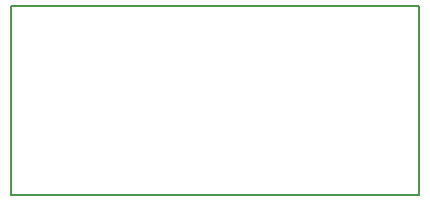
<source format=gbr>
%TF.GenerationSoftware,KiCad,Pcbnew,9.0.7-1.fc43*%
%TF.CreationDate,2026-02-06T20:38:46-08:00*%
%TF.ProjectId,autodir_sch,6175746f-6469-4725-9f73-63682e6b6963,A1*%
%TF.SameCoordinates,PX11a49a0PYbd83a0*%
%TF.FileFunction,Profile,NP*%
%FSLAX46Y46*%
G04 Gerber Fmt 4.6, Leading zero omitted, Abs format (unit mm)*
G04 Created by KiCad (PCBNEW 9.0.7-1.fc43) date 2026-02-06 20:38:46*
%MOMM*%
%LPD*%
G01*
G04 APERTURE LIST*
%TA.AperFunction,Profile*%
%ADD10C,0.200000*%
%TD*%
G04 APERTURE END LIST*
D10*
X0Y0D02*
X34500000Y0D01*
X34500000Y-16000000D01*
X0Y-16000000D01*
X0Y0D01*
M02*

</source>
